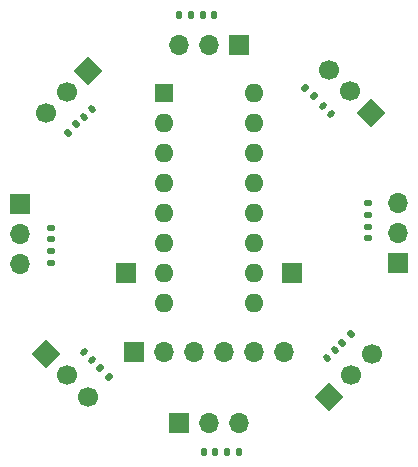
<source format=gts>
%TF.GenerationSoftware,KiCad,Pcbnew,8.0.5*%
%TF.CreationDate,2024-12-10T18:09:28+10:00*%
%TF.ProjectId,windVane,77696e64-5661-46e6-952e-6b696361645f,rev?*%
%TF.SameCoordinates,Original*%
%TF.FileFunction,Soldermask,Top*%
%TF.FilePolarity,Negative*%
%FSLAX46Y46*%
G04 Gerber Fmt 4.6, Leading zero omitted, Abs format (unit mm)*
G04 Created by KiCad (PCBNEW 8.0.5) date 2024-12-10 18:09:28*
%MOMM*%
%LPD*%
G01*
G04 APERTURE LIST*
G04 Aperture macros list*
%AMRoundRect*
0 Rectangle with rounded corners*
0 $1 Rounding radius*
0 $2 $3 $4 $5 $6 $7 $8 $9 X,Y pos of 4 corners*
0 Add a 4 corners polygon primitive as box body*
4,1,4,$2,$3,$4,$5,$6,$7,$8,$9,$2,$3,0*
0 Add four circle primitives for the rounded corners*
1,1,$1+$1,$2,$3*
1,1,$1+$1,$4,$5*
1,1,$1+$1,$6,$7*
1,1,$1+$1,$8,$9*
0 Add four rect primitives between the rounded corners*
20,1,$1+$1,$2,$3,$4,$5,0*
20,1,$1+$1,$4,$5,$6,$7,0*
20,1,$1+$1,$6,$7,$8,$9,0*
20,1,$1+$1,$8,$9,$2,$3,0*%
%AMHorizOval*
0 Thick line with rounded ends*
0 $1 width*
0 $2 $3 position (X,Y) of the first rounded end (center of the circle)*
0 $4 $5 position (X,Y) of the second rounded end (center of the circle)*
0 Add line between two ends*
20,1,$1,$2,$3,$4,$5,0*
0 Add two circle primitives to create the rounded ends*
1,1,$1,$2,$3*
1,1,$1,$4,$5*%
%AMRotRect*
0 Rectangle, with rotation*
0 The origin of the aperture is its center*
0 $1 length*
0 $2 width*
0 $3 Rotation angle, in degrees counterclockwise*
0 Add horizontal line*
21,1,$1,$2,0,0,$3*%
G04 Aperture macros list end*
%ADD10RoundRect,0.135000X-0.185000X0.135000X-0.185000X-0.135000X0.185000X-0.135000X0.185000X0.135000X0*%
%ADD11R,1.700000X1.700000*%
%ADD12O,1.700000X1.700000*%
%ADD13RoundRect,0.140000X0.140000X0.170000X-0.140000X0.170000X-0.140000X-0.170000X0.140000X-0.170000X0*%
%ADD14RotRect,1.700000X1.700000X135.000000*%
%ADD15HorizOval,1.700000X0.000000X0.000000X0.000000X0.000000X0*%
%ADD16RoundRect,0.135000X-0.135000X-0.185000X0.135000X-0.185000X0.135000X0.185000X-0.135000X0.185000X0*%
%ADD17RoundRect,0.140000X-0.021213X0.219203X-0.219203X0.021213X0.021213X-0.219203X0.219203X-0.021213X0*%
%ADD18RotRect,1.700000X1.700000X225.000000*%
%ADD19HorizOval,1.700000X0.000000X0.000000X0.000000X0.000000X0*%
%ADD20RoundRect,0.135000X-0.226274X-0.035355X-0.035355X-0.226274X0.226274X0.035355X0.035355X0.226274X0*%
%ADD21R,1.600000X1.600000*%
%ADD22O,1.600000X1.600000*%
%ADD23RoundRect,0.140000X0.170000X-0.140000X0.170000X0.140000X-0.170000X0.140000X-0.170000X-0.140000X0*%
%ADD24RotRect,1.700000X1.700000X45.000000*%
%ADD25HorizOval,1.700000X0.000000X0.000000X0.000000X0.000000X0*%
%ADD26RoundRect,0.135000X0.135000X0.185000X-0.135000X0.185000X-0.135000X-0.185000X0.135000X-0.185000X0*%
%ADD27RoundRect,0.135000X-0.035355X0.226274X-0.226274X0.035355X0.035355X-0.226274X0.226274X-0.035355X0*%
%ADD28RoundRect,0.135000X0.035355X-0.226274X0.226274X-0.035355X-0.035355X0.226274X-0.226274X0.035355X0*%
%ADD29RoundRect,0.140000X-0.140000X-0.170000X0.140000X-0.170000X0.140000X0.170000X-0.140000X0.170000X0*%
%ADD30RoundRect,0.140000X-0.170000X0.140000X-0.170000X-0.140000X0.170000X-0.140000X0.170000X0.140000X0*%
%ADD31RoundRect,0.140000X0.219203X0.021213X0.021213X0.219203X-0.219203X-0.021213X-0.021213X-0.219203X0*%
%ADD32RoundRect,0.135000X0.185000X-0.135000X0.185000X0.135000X-0.185000X0.135000X-0.185000X-0.135000X0*%
%ADD33RoundRect,0.135000X0.226274X0.035355X0.035355X0.226274X-0.226274X-0.035355X-0.035355X-0.226274X0*%
%ADD34RoundRect,0.140000X-0.219203X-0.021213X-0.021213X-0.219203X0.219203X0.021213X0.021213X0.219203X0*%
%ADD35RoundRect,0.140000X0.021213X-0.219203X0.219203X-0.021213X-0.021213X0.219203X-0.219203X0.021213X0*%
%ADD36RotRect,1.700000X1.700000X315.000000*%
%ADD37HorizOval,1.700000X0.000000X0.000000X0.000000X0.000000X0*%
G04 APERTURE END LIST*
D10*
%TO.C,R7*%
X136600000Y-102490000D03*
X136600000Y-103510000D03*
%TD*%
D11*
%TO.C,South1*%
X147475000Y-117000000D03*
D12*
X150015000Y-117000000D03*
X152555000Y-117000000D03*
%TD*%
D13*
%TO.C,C1*%
X150460000Y-82500000D03*
X149500000Y-82500000D03*
%TD*%
D14*
%TO.C,SouthEast1*%
X160203949Y-114796051D03*
D15*
X162000000Y-113000000D03*
X163796051Y-111203949D03*
%TD*%
D16*
%TO.C,R5*%
X151490000Y-119500000D03*
X152510000Y-119500000D03*
%TD*%
D17*
%TO.C,C8*%
X140089411Y-90410589D03*
X139410589Y-91089411D03*
%TD*%
D18*
%TO.C,NorthEast1*%
X163750000Y-90750000D03*
D19*
X161953949Y-88953949D03*
X160157898Y-87157898D03*
%TD*%
D20*
%TO.C,R6*%
X140800000Y-112400000D03*
X141521248Y-113121248D03*
%TD*%
D11*
%TO.C,West1*%
X134000000Y-98475000D03*
D12*
X134000000Y-101015000D03*
X134000000Y-103555000D03*
%TD*%
D21*
%TO.C,SN74HC165*%
X146200000Y-89125000D03*
D22*
X146200000Y-91665000D03*
X146200000Y-94205000D03*
X146200000Y-96745000D03*
X146200000Y-99285000D03*
X146200000Y-101825000D03*
X146200000Y-104365000D03*
X146200000Y-106905000D03*
X153820000Y-106905000D03*
X153820000Y-104365000D03*
X153820000Y-101825000D03*
X153820000Y-99285000D03*
X153820000Y-96745000D03*
X153820000Y-94205000D03*
X153820000Y-91665000D03*
X153820000Y-89125000D03*
%TD*%
D23*
%TO.C,C3*%
X163500000Y-101360000D03*
X163500000Y-100400000D03*
%TD*%
D11*
%TO.C,J1*%
X143000000Y-104365000D03*
%TD*%
D24*
%TO.C,SouthWest1*%
X136203949Y-111203949D03*
D25*
X138000000Y-113000000D03*
X139796051Y-114796051D03*
%TD*%
D26*
%TO.C,R1*%
X148510000Y-82500000D03*
X147490000Y-82500000D03*
%TD*%
D27*
%TO.C,R8*%
X138750000Y-91750000D03*
X138028752Y-92471248D03*
%TD*%
D28*
%TO.C,R4*%
X161278752Y-110221248D03*
X162000000Y-109500000D03*
%TD*%
D29*
%TO.C,C5*%
X149540000Y-119500000D03*
X150500000Y-119500000D03*
%TD*%
D11*
%TO.C,North1*%
X152525000Y-85000000D03*
D12*
X149985000Y-85000000D03*
X147445000Y-85000000D03*
%TD*%
D30*
%TO.C,C7*%
X136600000Y-100500000D03*
X136600000Y-101460000D03*
%TD*%
D31*
%TO.C,C2*%
X160339411Y-90839411D03*
X159660589Y-90160589D03*
%TD*%
D32*
%TO.C,R3*%
X163500000Y-99400000D03*
X163500000Y-98380000D03*
%TD*%
D33*
%TO.C,R2*%
X158860624Y-89360624D03*
X158139376Y-88639376D03*
%TD*%
D34*
%TO.C,C6*%
X139400000Y-111000000D03*
X140078822Y-111678822D03*
%TD*%
D35*
%TO.C,C4*%
X159966135Y-111533865D03*
X160644957Y-110855043D03*
%TD*%
D11*
%TO.C,J2*%
X157000000Y-104365000D03*
%TD*%
%TO.C,East1*%
X166000000Y-103525000D03*
D12*
X166000000Y-100985000D03*
X166000000Y-98445000D03*
%TD*%
D36*
%TO.C,NorthWest1*%
X139796051Y-87203949D03*
D37*
X138000000Y-89000000D03*
X136203949Y-90796051D03*
%TD*%
D11*
%TO.C,SIG1*%
X143650000Y-111000000D03*
D12*
X146190000Y-111000000D03*
X148730000Y-111000000D03*
X151270000Y-111000000D03*
X153810000Y-111000000D03*
X156350000Y-111000000D03*
%TD*%
M02*

</source>
